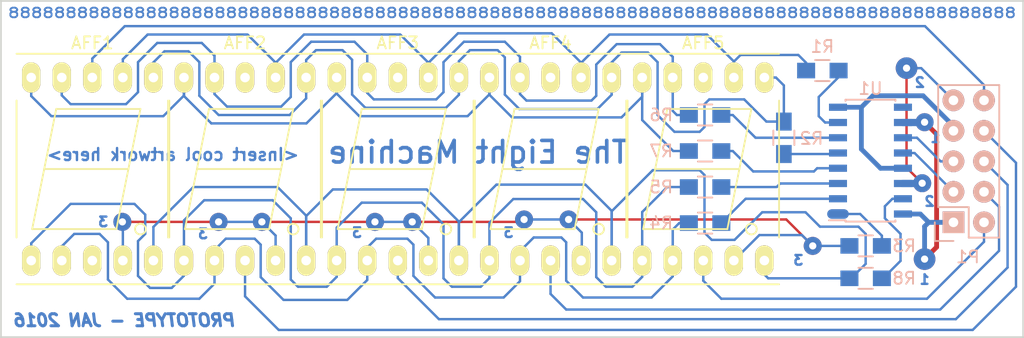
<source format=kicad_pcb>
(kicad_pcb (version 4) (host pcbnew 4.0.1-stable)

  (general
    (links 60)
    (no_connects 0)
    (area 110.524999 89.524999 195.675001 117.675001)
    (thickness 1.6)
    (drawings 17)
    (tracks 371)
    (zones 0)
    (modules 15)
    (nets 27)
  )

  (page A4)
  (layers
    (0 F.Cu signal)
    (31 B.Cu signal)
    (32 B.Adhes user hide)
    (33 F.Adhes user hide)
    (34 B.Paste user hide)
    (35 F.Paste user hide)
    (36 B.SilkS user)
    (37 F.SilkS user hide)
    (38 B.Mask user hide)
    (39 F.Mask user hide)
    (40 Dwgs.User user hide)
    (41 Cmts.User user hide)
    (42 Eco1.User user hide)
    (43 Eco2.User user hide)
    (44 Edge.Cuts user)
    (45 Margin user hide)
    (46 B.CrtYd user)
    (47 F.CrtYd user hide)
    (48 B.Fab user hide)
    (49 F.Fab user hide)
  )

  (setup
    (last_trace_width 0.2)
    (trace_clearance 0.25)
    (zone_clearance 0.508)
    (zone_45_only no)
    (trace_min 0.2)
    (segment_width 0.2)
    (edge_width 0.15)
    (via_size 1.2)
    (via_drill 0.8)
    (via_min_size 0.4)
    (via_min_drill 0.3)
    (uvia_size 0.3)
    (uvia_drill 0.1)
    (uvias_allowed no)
    (uvia_min_size 0.2)
    (uvia_min_drill 0.1)
    (pcb_text_width 0.3)
    (pcb_text_size 1.5 1.5)
    (mod_edge_width 0.15)
    (mod_text_size 1 1)
    (mod_text_width 0.15)
    (pad_size 1.524 1.524)
    (pad_drill 0.762)
    (pad_to_mask_clearance 0.2)
    (aux_axis_origin 0 0)
    (visible_elements FFFFFF7F)
    (pcbplotparams
      (layerselection 0x00000_80000000)
      (usegerberextensions false)
      (excludeedgelayer false)
      (linewidth 0.200000)
      (plotframeref false)
      (viasonmask true)
      (mode 1)
      (useauxorigin false)
      (hpglpennumber 1)
      (hpglpenspeed 20)
      (hpglpendiameter 15)
      (hpglpenoverlay 2)
      (psnegative false)
      (psa4output false)
      (plotreference true)
      (plotvalue true)
      (plotinvisibletext false)
      (padsonsilk false)
      (subtractmaskfromsilk false)
      (outputformat 2)
      (mirror false)
      (drillshape 2)
      (scaleselection 1)
      (outputdirectory ""))
  )

  (net 0 "")
  (net 1 "Net-(AFF1-Pad1)")
  (net 2 "Net-(AFF1-Pad2)")
  (net 3 D0)
  (net 4 "Net-(AFF1-Pad4)")
  (net 5 "Net-(AFF1-Pad5)")
  (net 6 "Net-(AFF1-Pad6)")
  (net 7 "Net-(AFF1-Pad7)")
  (net 8 "Net-(AFF1-Pad9)")
  (net 9 "Net-(AFF1-Pad10)")
  (net 10 D1)
  (net 11 D2)
  (net 12 D3)
  (net 13 D4)
  (net 14 VCC)
  (net 15 Latch)
  (net 16 Clock)
  (net 17 Data)
  (net 18 GND)
  (net 19 A)
  (net 20 B)
  (net 21 C)
  (net 22 D)
  (net 23 E)
  (net 24 F)
  (net 25 G)
  (net 26 DP)

  (net_class Default "This is the default net class."
    (clearance 0.25)
    (trace_width 0.2)
    (via_dia 1.2)
    (via_drill 0.8)
    (uvia_dia 0.3)
    (uvia_drill 0.1)
    (add_net A)
    (add_net B)
    (add_net C)
    (add_net Clock)
    (add_net D)
    (add_net D0)
    (add_net D1)
    (add_net D2)
    (add_net D3)
    (add_net D4)
    (add_net DP)
    (add_net Data)
    (add_net E)
    (add_net F)
    (add_net G)
    (add_net Latch)
    (add_net "Net-(AFF1-Pad1)")
    (add_net "Net-(AFF1-Pad10)")
    (add_net "Net-(AFF1-Pad2)")
    (add_net "Net-(AFF1-Pad4)")
    (add_net "Net-(AFF1-Pad5)")
    (add_net "Net-(AFF1-Pad6)")
    (add_net "Net-(AFF1-Pad7)")
    (add_net "Net-(AFF1-Pad9)")
  )

  (net_class POW ""
    (clearance 0.25)
    (trace_width 0.4)
    (via_dia 1.2)
    (via_drill 0.8)
    (uvia_dia 0.3)
    (uvia_drill 0.1)
    (add_net GND)
    (add_net VCC)
  )

  (module Resistors_SMD:R_0805_HandSoldering (layer B.Cu) (tedit 54189DEE) (tstamp 5678E26E)
    (at 182.5 112.7 180)
    (descr "Resistor SMD 0805, hand soldering")
    (tags "resistor 0805")
    (path /5678E981)
    (attr smd)
    (fp_text reference R8 (at -3.2 0 180) (layer B.SilkS)
      (effects (font (size 1 1) (thickness 0.15)) (justify mirror))
    )
    (fp_text value 330 (at -3.85 0 180) (layer B.Fab)
      (effects (font (size 1 1) (thickness 0.15)) (justify mirror))
    )
    (fp_line (start -2.4 1) (end 2.4 1) (layer B.CrtYd) (width 0.05))
    (fp_line (start -2.4 -1) (end 2.4 -1) (layer B.CrtYd) (width 0.05))
    (fp_line (start -2.4 1) (end -2.4 -1) (layer B.CrtYd) (width 0.05))
    (fp_line (start 2.4 1) (end 2.4 -1) (layer B.CrtYd) (width 0.05))
    (fp_line (start 0.6 -0.875) (end -0.6 -0.875) (layer B.SilkS) (width 0.15))
    (fp_line (start -0.6 0.875) (end 0.6 0.875) (layer B.SilkS) (width 0.15))
    (pad 1 smd rect (at -1.35 0 180) (size 1.5 1.3) (layers B.Cu B.Paste B.Mask)
      (net 26 DP))
    (pad 2 smd rect (at 1.35 0 180) (size 1.5 1.3) (layers B.Cu B.Paste B.Mask)
      (net 5 "Net-(AFF1-Pad5)"))
    (model Resistors_SMD.3dshapes/R_0805_HandSoldering.wrl
      (at (xyz 0 0 0))
      (scale (xyz 1 1 1))
      (rotate (xyz 0 0 0))
    )
  )

  (module Displays_7-Segment:7SegmentLED_LTS6760_LTS6780 (layer F.Cu) (tedit 0) (tstamp 5678F246)
    (at 118.2 103.6)
    (path /5678D302)
    (fp_text reference AFF1 (at 0 -10.5) (layer F.SilkS)
      (effects (font (size 1 1) (thickness 0.15)))
    )
    (fp_text value LTS-6980HR (at -0.4 12) (layer F.Fab)
      (effects (font (size 1 1) (thickness 0.15)))
    )
    (fp_circle (center 4 5) (end 4.4 5.2) (layer F.SilkS) (width 0.15))
    (fp_line (start -3 -5) (end -4 0) (layer F.SilkS) (width 0.15))
    (fp_line (start -4 0) (end -5 5) (layer F.SilkS) (width 0.15))
    (fp_line (start -5 5) (end 2 5) (layer F.SilkS) (width 0.15))
    (fp_line (start 2 5) (end 3 0) (layer F.SilkS) (width 0.15))
    (fp_line (start 4 -5) (end 3 0) (layer F.SilkS) (width 0.15))
    (fp_line (start 3 0) (end -4 0) (layer F.SilkS) (width 0.15))
    (fp_line (start -3 -5) (end 4 -5) (layer F.SilkS) (width 0.15))
    (fp_line (start 6.3 9.6) (end -6.3 9.6) (layer F.SilkS) (width 0.15))
    (fp_line (start -6.3 -5.7) (end -6.3 5.7) (layer F.SilkS) (width 0.15))
    (fp_line (start 6.3 -5.7) (end 6.3 5.7) (layer F.SilkS) (width 0.15))
    (fp_line (start -6.3 -9.6) (end 6.3 -9.6) (layer F.SilkS) (width 0.15))
    (pad 1 thru_hole oval (at -5.08 7.62) (size 1.524 2.524) (drill 0.8) (layers *.Cu *.Mask F.SilkS)
      (net 1 "Net-(AFF1-Pad1)"))
    (pad 2 thru_hole oval (at -2.54 7.62) (size 1.524 2.524) (drill 0.8) (layers *.Cu *.Mask F.SilkS)
      (net 2 "Net-(AFF1-Pad2)"))
    (pad 3 thru_hole oval (at 0 7.62) (size 1.524 2.524) (drill 0.8) (layers *.Cu *.Mask F.SilkS))
    (pad 4 thru_hole oval (at 2.54 7.62) (size 1.524 2.524) (drill 0.8) (layers *.Cu *.Mask F.SilkS)
      (net 4 "Net-(AFF1-Pad4)"))
    (pad 5 thru_hole oval (at 5.08 7.62) (size 1.524 2.524) (drill 0.8) (layers *.Cu *.Mask F.SilkS)
      (net 5 "Net-(AFF1-Pad5)"))
    (pad 6 thru_hole oval (at 5.08 -7.62) (size 1.524 2.524) (drill 0.8) (layers *.Cu *.Mask F.SilkS)
      (net 6 "Net-(AFF1-Pad6)"))
    (pad 7 thru_hole oval (at 2.54 -7.62) (size 1.524 2.524) (drill 0.8) (layers *.Cu *.Mask F.SilkS)
      (net 7 "Net-(AFF1-Pad7)"))
    (pad 8 thru_hole oval (at 0 -7.62) (size 1.524 2.524) (drill 0.8) (layers *.Cu *.Mask F.SilkS)
      (net 3 D0))
    (pad 9 thru_hole oval (at -2.54 -7.62) (size 1.524 2.524) (drill 0.8) (layers *.Cu *.Mask F.SilkS)
      (net 8 "Net-(AFF1-Pad9)"))
    (pad 10 thru_hole oval (at -5.08 -7.62) (size 1.524 2.524) (drill 0.8) (layers *.Cu *.Mask F.SilkS)
      (net 9 "Net-(AFF1-Pad10)"))
    (model Displays_7-Segment.3dshapes/7SegmentLED_LTS6760_LTS6780.wrl
      (at (xyz 0 0 0))
      (scale (xyz 0.3937 0.3937 0.3937))
      (rotate (xyz 0 0 0))
    )
  )

  (module Housings_SOIC:SOIC-16_3.9x9.9mm_Pitch1.27mm (layer B.Cu) (tedit 5679D1DC) (tstamp 5678D9D7)
    (at 182.9 102.9)
    (descr "16-Lead Plastic Small Outline (SL) - Narrow, 3.90 mm Body [SOIC] (see Microchip Packaging Specification 00000049BS.pdf)")
    (tags "SOIC 1.27")
    (path /5678F6F1)
    (attr smd)
    (fp_text reference U1 (at 0 -6) (layer B.SilkS)
      (effects (font (size 1 1) (thickness 0.15)) (justify mirror))
    )
    (fp_text value 74HC595 (at 0 -6) (layer B.Fab)
      (effects (font (size 1 1) (thickness 0.15)) (justify mirror))
    )
    (fp_line (start -3.7 5.25) (end -3.7 -5.25) (layer B.CrtYd) (width 0.05))
    (fp_line (start 3.7 5.25) (end 3.7 -5.25) (layer B.CrtYd) (width 0.05))
    (fp_line (start -3.7 5.25) (end 3.7 5.25) (layer B.CrtYd) (width 0.05))
    (fp_line (start -3.7 -5.25) (end 3.7 -5.25) (layer B.CrtYd) (width 0.05))
    (fp_line (start -2.075 5.075) (end -2.075 4.97) (layer B.SilkS) (width 0.15))
    (fp_line (start 2.075 5.075) (end 2.075 4.97) (layer B.SilkS) (width 0.15))
    (fp_line (start 2.075 -5.075) (end 2.075 -4.97) (layer B.SilkS) (width 0.15))
    (fp_line (start -2.075 -5.075) (end -2.075 -4.97) (layer B.SilkS) (width 0.15))
    (fp_line (start -2.075 5.075) (end 2.075 5.075) (layer B.SilkS) (width 0.15))
    (fp_line (start -2.075 -5.075) (end 2.075 -5.075) (layer B.SilkS) (width 0.15))
    (fp_line (start -2.075 4.97) (end -3.45 4.97) (layer B.SilkS) (width 0.15))
    (pad 1 smd oval (at -2.7 4.445) (size 1.8 0.8) (layers B.Cu B.Paste B.Mask)
      (net 21 C))
    (pad 2 smd rect (at -2.7 3.175) (size 1.5 0.6) (layers B.Cu B.Paste B.Mask)
      (net 22 D))
    (pad 3 smd rect (at -2.7 1.905) (size 1.5 0.6) (layers B.Cu B.Paste B.Mask)
      (net 23 E))
    (pad 4 smd rect (at -2.7 0.635) (size 1.5 0.6) (layers B.Cu B.Paste B.Mask)
      (net 25 G))
    (pad 5 smd rect (at -2.7 -0.635) (size 1.5 0.6) (layers B.Cu B.Paste B.Mask)
      (net 20 B))
    (pad 6 smd rect (at -2.7 -1.905) (size 1.5 0.6) (layers B.Cu B.Paste B.Mask)
      (net 24 F))
    (pad 7 smd rect (at -2.7 -3.175) (size 1.5 0.6) (layers B.Cu B.Paste B.Mask)
      (net 19 A))
    (pad 8 smd rect (at -2.7 -4.445) (size 1.5 0.6) (layers B.Cu B.Paste B.Mask)
      (net 18 GND))
    (pad 9 smd rect (at 2.7 -4.445) (size 1.5 0.6) (layers B.Cu B.Paste B.Mask))
    (pad 10 smd rect (at 2.7 -3.175) (size 1.5 0.6) (layers B.Cu B.Paste B.Mask)
      (net 14 VCC))
    (pad 11 smd rect (at 2.7 -1.905) (size 1.5 0.6) (layers B.Cu B.Paste B.Mask)
      (net 16 Clock))
    (pad 12 smd rect (at 2.7 -0.635) (size 1.5 0.6) (layers B.Cu B.Paste B.Mask)
      (net 15 Latch))
    (pad 13 smd rect (at 2.7 0.635) (size 1.5 0.6) (layers B.Cu B.Paste B.Mask)
      (net 18 GND))
    (pad 14 smd rect (at 2.7 1.905) (size 1.5 0.6) (layers B.Cu B.Paste B.Mask)
      (net 17 Data))
    (pad 15 smd rect (at 2.7 3.175) (size 1.5 0.6) (layers B.Cu B.Paste B.Mask)
      (net 26 DP))
    (pad 16 smd rect (at 2.7 4.445) (size 1.5 0.6) (layers B.Cu B.Paste B.Mask)
      (net 14 VCC))
    (model Housings_SOIC.3dshapes/SOIC-16_3.9x9.9mm_Pitch1.27mm.wrl
      (at (xyz 0 0 0))
      (scale (xyz 1 1 1))
      (rotate (xyz 0 0 0))
    )
  )

  (module Pin_Headers:Pin_Header_Straight_2x05 (layer B.Cu) (tedit 5679CE28) (tstamp 5678D993)
    (at 189.8 108.04)
    (descr "Through hole pin header")
    (tags "pin header")
    (path /5678F8B8)
    (fp_text reference P1 (at 1.2 2.88) (layer B.SilkS)
      (effects (font (size 1 1) (thickness 0.15)) (justify mirror))
    )
    (fp_text value CONN_02X05 (at -2.5 -6.12 270) (layer B.Fab)
      (effects (font (size 1 1) (thickness 0.15)) (justify mirror))
    )
    (fp_line (start -1.75 1.75) (end -1.75 -11.95) (layer B.CrtYd) (width 0.05))
    (fp_line (start 4.3 1.75) (end 4.3 -11.95) (layer B.CrtYd) (width 0.05))
    (fp_line (start -1.75 1.75) (end 4.3 1.75) (layer B.CrtYd) (width 0.05))
    (fp_line (start -1.75 -11.95) (end 4.3 -11.95) (layer B.CrtYd) (width 0.05))
    (fp_line (start 3.81 1.27) (end 3.81 -11.43) (layer B.SilkS) (width 0.15))
    (fp_line (start 3.81 -11.43) (end -1.27 -11.43) (layer B.SilkS) (width 0.15))
    (fp_line (start -1.27 -11.43) (end -1.27 -1.27) (layer B.SilkS) (width 0.15))
    (fp_line (start 3.81 1.27) (end 1.27 1.27) (layer B.SilkS) (width 0.15))
    (fp_line (start 0 1.55) (end -1.55 1.55) (layer B.SilkS) (width 0.15))
    (fp_line (start 1.27 1.27) (end 1.27 -1.27) (layer B.SilkS) (width 0.15))
    (fp_line (start 1.27 -1.27) (end -1.27 -1.27) (layer B.SilkS) (width 0.15))
    (fp_line (start -1.55 1.55) (end -1.55 0) (layer B.SilkS) (width 0.15))
    (pad 1 thru_hole rect (at 0 0) (size 1.8 1.8) (drill 0.8) (layers *.Cu *.Mask B.SilkS)
      (net 14 VCC))
    (pad 2 thru_hole circle (at 2.54 0) (size 1.8 1.8) (drill 0.8) (layers *.Cu *.Mask B.SilkS)
      (net 13 D4))
    (pad 3 thru_hole circle (at 0 -2.54) (size 1.8 1.8) (drill 0.8) (layers *.Cu *.Mask B.SilkS)
      (net 15 Latch))
    (pad 4 thru_hole circle (at 2.54 -2.54) (size 1.8 1.8) (drill 0.8) (layers *.Cu *.Mask B.SilkS)
      (net 12 D3))
    (pad 5 thru_hole circle (at 0 -5.08) (size 1.8 1.8) (drill 0.8) (layers *.Cu *.Mask B.SilkS)
      (net 16 Clock))
    (pad 6 thru_hole circle (at 2.54 -5.08) (size 1.8 1.8) (drill 0.8) (layers *.Cu *.Mask B.SilkS)
      (net 11 D2))
    (pad 7 thru_hole circle (at 0 -7.62) (size 1.8 1.8) (drill 0.8) (layers *.Cu *.Mask B.SilkS)
      (net 18 GND))
    (pad 8 thru_hole circle (at 2.54 -7.62) (size 1.8 1.8) (drill 0.8) (layers *.Cu *.Mask B.SilkS)
      (net 10 D1))
    (pad 9 thru_hole circle (at 0 -10.16) (size 1.8 1.8) (drill 0.8) (layers *.Cu *.Mask B.SilkS)
      (net 17 Data))
    (pad 10 thru_hole circle (at 2.54 -10.16) (size 1.8 1.8) (drill 0.8) (layers *.Cu *.Mask B.SilkS)
      (net 3 D0))
    (model Pin_Headers.3dshapes/Pin_Header_Straight_2x05.wrl
      (at (xyz 0.05 -0.2 0))
      (scale (xyz 1 1 1))
      (rotate (xyz 0 0 90))
    )
  )

  (module Displays_7-Segment:7SegmentLED_LTS6760_LTS6780 (layer F.Cu) (tedit 0) (tstamp 5678D985)
    (at 169 103.6)
    (path /5678D5B8)
    (fp_text reference AFF5 (at 0 -10.5) (layer F.SilkS)
      (effects (font (size 1 1) (thickness 0.15)))
    )
    (fp_text value LTS-6980HR (at -0.4 12) (layer F.Fab)
      (effects (font (size 1 1) (thickness 0.15)))
    )
    (fp_circle (center 4 5) (end 4.4 5.2) (layer F.SilkS) (width 0.15))
    (fp_line (start -3 -5) (end -4 0) (layer F.SilkS) (width 0.15))
    (fp_line (start -4 0) (end -5 5) (layer F.SilkS) (width 0.15))
    (fp_line (start -5 5) (end 2 5) (layer F.SilkS) (width 0.15))
    (fp_line (start 2 5) (end 3 0) (layer F.SilkS) (width 0.15))
    (fp_line (start 4 -5) (end 3 0) (layer F.SilkS) (width 0.15))
    (fp_line (start 3 0) (end -4 0) (layer F.SilkS) (width 0.15))
    (fp_line (start -3 -5) (end 4 -5) (layer F.SilkS) (width 0.15))
    (fp_line (start 6.3 9.6) (end -6.3 9.6) (layer F.SilkS) (width 0.15))
    (fp_line (start -6.3 -5.7) (end -6.3 5.7) (layer F.SilkS) (width 0.15))
    (fp_line (start 6.3 -5.7) (end 6.3 5.7) (layer F.SilkS) (width 0.15))
    (fp_line (start -6.3 -9.6) (end 6.3 -9.6) (layer F.SilkS) (width 0.15))
    (pad 1 thru_hole oval (at -5.08 7.62) (size 1.524 2.524) (drill 0.8) (layers *.Cu *.Mask F.SilkS)
      (net 1 "Net-(AFF1-Pad1)"))
    (pad 2 thru_hole oval (at -2.54 7.62) (size 1.524 2.524) (drill 0.8) (layers *.Cu *.Mask F.SilkS)
      (net 2 "Net-(AFF1-Pad2)"))
    (pad 3 thru_hole oval (at 0 7.62) (size 1.524 2.524) (drill 0.8) (layers *.Cu *.Mask F.SilkS)
      (net 13 D4))
    (pad 4 thru_hole oval (at 2.54 7.62) (size 1.524 2.524) (drill 0.8) (layers *.Cu *.Mask F.SilkS)
      (net 4 "Net-(AFF1-Pad4)"))
    (pad 5 thru_hole oval (at 5.08 7.62) (size 1.524 2.524) (drill 0.8) (layers *.Cu *.Mask F.SilkS)
      (net 5 "Net-(AFF1-Pad5)"))
    (pad 6 thru_hole oval (at 5.08 -7.62) (size 1.524 2.524) (drill 0.8) (layers *.Cu *.Mask F.SilkS)
      (net 6 "Net-(AFF1-Pad6)"))
    (pad 7 thru_hole oval (at 2.54 -7.62) (size 1.524 2.524) (drill 0.8) (layers *.Cu *.Mask F.SilkS)
      (net 7 "Net-(AFF1-Pad7)"))
    (pad 8 thru_hole oval (at 0 -7.62) (size 1.524 2.524) (drill 0.8) (layers *.Cu *.Mask F.SilkS))
    (pad 9 thru_hole oval (at -2.54 -7.62) (size 1.524 2.524) (drill 0.8) (layers *.Cu *.Mask F.SilkS)
      (net 8 "Net-(AFF1-Pad9)"))
    (pad 10 thru_hole oval (at -5.08 -7.62) (size 1.524 2.524) (drill 0.8) (layers *.Cu *.Mask F.SilkS)
      (net 9 "Net-(AFF1-Pad10)"))
    (model Displays_7-Segment.3dshapes/7SegmentLED_LTS6760_LTS6780.wrl
      (at (xyz 0 0 0))
      (scale (xyz 0.3937 0.3937 0.3937))
      (rotate (xyz 0 0 0))
    )
  )

  (module Displays_7-Segment:7SegmentLED_LTS6760_LTS6780 (layer F.Cu) (tedit 0) (tstamp 5678D95B)
    (at 130.9 103.6)
    (path /5678D3B3)
    (fp_text reference AFF2 (at 0 -10.5) (layer F.SilkS)
      (effects (font (size 1 1) (thickness 0.15)))
    )
    (fp_text value LTS-6980HR (at -0.4 12) (layer F.Fab)
      (effects (font (size 1 1) (thickness 0.15)))
    )
    (fp_circle (center 4 5) (end 4.4 5.2) (layer F.SilkS) (width 0.15))
    (fp_line (start -3 -5) (end -4 0) (layer F.SilkS) (width 0.15))
    (fp_line (start -4 0) (end -5 5) (layer F.SilkS) (width 0.15))
    (fp_line (start -5 5) (end 2 5) (layer F.SilkS) (width 0.15))
    (fp_line (start 2 5) (end 3 0) (layer F.SilkS) (width 0.15))
    (fp_line (start 4 -5) (end 3 0) (layer F.SilkS) (width 0.15))
    (fp_line (start 3 0) (end -4 0) (layer F.SilkS) (width 0.15))
    (fp_line (start -3 -5) (end 4 -5) (layer F.SilkS) (width 0.15))
    (fp_line (start 6.3 9.6) (end -6.3 9.6) (layer F.SilkS) (width 0.15))
    (fp_line (start -6.3 -5.7) (end -6.3 5.7) (layer F.SilkS) (width 0.15))
    (fp_line (start 6.3 -5.7) (end 6.3 5.7) (layer F.SilkS) (width 0.15))
    (fp_line (start -6.3 -9.6) (end 6.3 -9.6) (layer F.SilkS) (width 0.15))
    (pad 1 thru_hole oval (at -5.08 7.62) (size 1.524 2.524) (drill 0.8) (layers *.Cu *.Mask F.SilkS)
      (net 1 "Net-(AFF1-Pad1)"))
    (pad 2 thru_hole oval (at -2.54 7.62) (size 1.524 2.524) (drill 0.8) (layers *.Cu *.Mask F.SilkS)
      (net 2 "Net-(AFF1-Pad2)"))
    (pad 3 thru_hole oval (at 0 7.62) (size 1.524 2.524) (drill 0.8) (layers *.Cu *.Mask F.SilkS)
      (net 10 D1))
    (pad 4 thru_hole oval (at 2.54 7.62) (size 1.524 2.524) (drill 0.8) (layers *.Cu *.Mask F.SilkS)
      (net 4 "Net-(AFF1-Pad4)"))
    (pad 5 thru_hole oval (at 5.08 7.62) (size 1.524 2.524) (drill 0.8) (layers *.Cu *.Mask F.SilkS)
      (net 5 "Net-(AFF1-Pad5)"))
    (pad 6 thru_hole oval (at 5.08 -7.62) (size 1.524 2.524) (drill 0.8) (layers *.Cu *.Mask F.SilkS)
      (net 6 "Net-(AFF1-Pad6)"))
    (pad 7 thru_hole oval (at 2.54 -7.62) (size 1.524 2.524) (drill 0.8) (layers *.Cu *.Mask F.SilkS)
      (net 7 "Net-(AFF1-Pad7)"))
    (pad 8 thru_hole oval (at 0 -7.62) (size 1.524 2.524) (drill 0.8) (layers *.Cu *.Mask F.SilkS))
    (pad 9 thru_hole oval (at -2.54 -7.62) (size 1.524 2.524) (drill 0.8) (layers *.Cu *.Mask F.SilkS)
      (net 8 "Net-(AFF1-Pad9)"))
    (pad 10 thru_hole oval (at -5.08 -7.62) (size 1.524 2.524) (drill 0.8) (layers *.Cu *.Mask F.SilkS)
      (net 9 "Net-(AFF1-Pad10)"))
    (model Displays_7-Segment.3dshapes/7SegmentLED_LTS6760_LTS6780.wrl
      (at (xyz 0 0 0))
      (scale (xyz 0.3937 0.3937 0.3937))
      (rotate (xyz 0 0 0))
    )
  )

  (module Displays_7-Segment:7SegmentLED_LTS6760_LTS6780 (layer F.Cu) (tedit 0) (tstamp 5678D969)
    (at 143.6 103.6)
    (path /5678D506)
    (fp_text reference AFF3 (at 0 -10.5) (layer F.SilkS)
      (effects (font (size 1 1) (thickness 0.15)))
    )
    (fp_text value LTS-6980HR (at -0.4 12) (layer F.Fab)
      (effects (font (size 1 1) (thickness 0.15)))
    )
    (fp_circle (center 4 5) (end 4.4 5.2) (layer F.SilkS) (width 0.15))
    (fp_line (start -3 -5) (end -4 0) (layer F.SilkS) (width 0.15))
    (fp_line (start -4 0) (end -5 5) (layer F.SilkS) (width 0.15))
    (fp_line (start -5 5) (end 2 5) (layer F.SilkS) (width 0.15))
    (fp_line (start 2 5) (end 3 0) (layer F.SilkS) (width 0.15))
    (fp_line (start 4 -5) (end 3 0) (layer F.SilkS) (width 0.15))
    (fp_line (start 3 0) (end -4 0) (layer F.SilkS) (width 0.15))
    (fp_line (start -3 -5) (end 4 -5) (layer F.SilkS) (width 0.15))
    (fp_line (start 6.3 9.6) (end -6.3 9.6) (layer F.SilkS) (width 0.15))
    (fp_line (start -6.3 -5.7) (end -6.3 5.7) (layer F.SilkS) (width 0.15))
    (fp_line (start 6.3 -5.7) (end 6.3 5.7) (layer F.SilkS) (width 0.15))
    (fp_line (start -6.3 -9.6) (end 6.3 -9.6) (layer F.SilkS) (width 0.15))
    (pad 1 thru_hole oval (at -5.08 7.62) (size 1.524 2.524) (drill 0.8) (layers *.Cu *.Mask F.SilkS)
      (net 1 "Net-(AFF1-Pad1)"))
    (pad 2 thru_hole oval (at -2.54 7.62) (size 1.524 2.524) (drill 0.8) (layers *.Cu *.Mask F.SilkS)
      (net 2 "Net-(AFF1-Pad2)"))
    (pad 3 thru_hole oval (at 0 7.62) (size 1.524 2.524) (drill 0.8) (layers *.Cu *.Mask F.SilkS)
      (net 11 D2))
    (pad 4 thru_hole oval (at 2.54 7.62) (size 1.524 2.524) (drill 0.8) (layers *.Cu *.Mask F.SilkS)
      (net 4 "Net-(AFF1-Pad4)"))
    (pad 5 thru_hole oval (at 5.08 7.62) (size 1.524 2.524) (drill 0.8) (layers *.Cu *.Mask F.SilkS)
      (net 5 "Net-(AFF1-Pad5)"))
    (pad 6 thru_hole oval (at 5.08 -7.62) (size 1.524 2.524) (drill 0.8) (layers *.Cu *.Mask F.SilkS)
      (net 6 "Net-(AFF1-Pad6)"))
    (pad 7 thru_hole oval (at 2.54 -7.62) (size 1.524 2.524) (drill 0.8) (layers *.Cu *.Mask F.SilkS)
      (net 7 "Net-(AFF1-Pad7)"))
    (pad 8 thru_hole oval (at 0 -7.62) (size 1.524 2.524) (drill 0.8) (layers *.Cu *.Mask F.SilkS))
    (pad 9 thru_hole oval (at -2.54 -7.62) (size 1.524 2.524) (drill 0.8) (layers *.Cu *.Mask F.SilkS)
      (net 8 "Net-(AFF1-Pad9)"))
    (pad 10 thru_hole oval (at -5.08 -7.62) (size 1.524 2.524) (drill 0.8) (layers *.Cu *.Mask F.SilkS)
      (net 9 "Net-(AFF1-Pad10)"))
    (model Displays_7-Segment.3dshapes/7SegmentLED_LTS6760_LTS6780.wrl
      (at (xyz 0 0 0))
      (scale (xyz 0.3937 0.3937 0.3937))
      (rotate (xyz 0 0 0))
    )
  )

  (module Displays_7-Segment:7SegmentLED_LTS6760_LTS6780 (layer F.Cu) (tedit 0) (tstamp 5678D977)
    (at 156.3 103.6)
    (path /5678D527)
    (fp_text reference AFF4 (at 0 -10.5) (layer F.SilkS)
      (effects (font (size 1 1) (thickness 0.15)))
    )
    (fp_text value LTS-6980HR (at -0.4 12) (layer F.Fab)
      (effects (font (size 1 1) (thickness 0.15)))
    )
    (fp_circle (center 4 5) (end 4.4 5.2) (layer F.SilkS) (width 0.15))
    (fp_line (start -3 -5) (end -4 0) (layer F.SilkS) (width 0.15))
    (fp_line (start -4 0) (end -5 5) (layer F.SilkS) (width 0.15))
    (fp_line (start -5 5) (end 2 5) (layer F.SilkS) (width 0.15))
    (fp_line (start 2 5) (end 3 0) (layer F.SilkS) (width 0.15))
    (fp_line (start 4 -5) (end 3 0) (layer F.SilkS) (width 0.15))
    (fp_line (start 3 0) (end -4 0) (layer F.SilkS) (width 0.15))
    (fp_line (start -3 -5) (end 4 -5) (layer F.SilkS) (width 0.15))
    (fp_line (start 6.3 9.6) (end -6.3 9.6) (layer F.SilkS) (width 0.15))
    (fp_line (start -6.3 -5.7) (end -6.3 5.7) (layer F.SilkS) (width 0.15))
    (fp_line (start 6.3 -5.7) (end 6.3 5.7) (layer F.SilkS) (width 0.15))
    (fp_line (start -6.3 -9.6) (end 6.3 -9.6) (layer F.SilkS) (width 0.15))
    (pad 1 thru_hole oval (at -5.08 7.62) (size 1.524 2.524) (drill 0.8) (layers *.Cu *.Mask F.SilkS)
      (net 1 "Net-(AFF1-Pad1)"))
    (pad 2 thru_hole oval (at -2.54 7.62) (size 1.524 2.524) (drill 0.8) (layers *.Cu *.Mask F.SilkS)
      (net 2 "Net-(AFF1-Pad2)"))
    (pad 3 thru_hole oval (at 0 7.62) (size 1.524 2.524) (drill 0.8) (layers *.Cu *.Mask F.SilkS)
      (net 12 D3))
    (pad 4 thru_hole oval (at 2.54 7.62) (size 1.524 2.524) (drill 0.8) (layers *.Cu *.Mask F.SilkS)
      (net 4 "Net-(AFF1-Pad4)"))
    (pad 5 thru_hole oval (at 5.08 7.62) (size 1.524 2.524) (drill 0.8) (layers *.Cu *.Mask F.SilkS)
      (net 5 "Net-(AFF1-Pad5)"))
    (pad 6 thru_hole oval (at 5.08 -7.62) (size 1.524 2.524) (drill 0.8) (layers *.Cu *.Mask F.SilkS)
      (net 6 "Net-(AFF1-Pad6)"))
    (pad 7 thru_hole oval (at 2.54 -7.62) (size 1.524 2.524) (drill 0.8) (layers *.Cu *.Mask F.SilkS)
      (net 7 "Net-(AFF1-Pad7)"))
    (pad 8 thru_hole oval (at 0 -7.62) (size 1.524 2.524) (drill 0.8) (layers *.Cu *.Mask F.SilkS))
    (pad 9 thru_hole oval (at -2.54 -7.62) (size 1.524 2.524) (drill 0.8) (layers *.Cu *.Mask F.SilkS)
      (net 8 "Net-(AFF1-Pad9)"))
    (pad 10 thru_hole oval (at -5.08 -7.62) (size 1.524 2.524) (drill 0.8) (layers *.Cu *.Mask F.SilkS)
      (net 9 "Net-(AFF1-Pad10)"))
    (model Displays_7-Segment.3dshapes/7SegmentLED_LTS6760_LTS6780.wrl
      (at (xyz 0 0 0))
      (scale (xyz 0.3937 0.3937 0.3937))
      (rotate (xyz 0 0 0))
    )
  )

  (module Resistors_SMD:R_0805_HandSoldering (layer B.Cu) (tedit 54189DEE) (tstamp 5678E24B)
    (at 178.9 95.4 180)
    (descr "Resistor SMD 0805, hand soldering")
    (tags "resistor 0805")
    (path /5678E744)
    (attr smd)
    (fp_text reference R1 (at 0 2 180) (layer B.SilkS)
      (effects (font (size 1 1) (thickness 0.15)) (justify mirror))
    )
    (fp_text value 330 (at -3.85 0 180) (layer B.Fab)
      (effects (font (size 1 1) (thickness 0.15)) (justify mirror))
    )
    (fp_line (start -2.4 1) (end 2.4 1) (layer B.CrtYd) (width 0.05))
    (fp_line (start -2.4 -1) (end 2.4 -1) (layer B.CrtYd) (width 0.05))
    (fp_line (start -2.4 1) (end -2.4 -1) (layer B.CrtYd) (width 0.05))
    (fp_line (start 2.4 1) (end 2.4 -1) (layer B.CrtYd) (width 0.05))
    (fp_line (start 0.6 -0.875) (end -0.6 -0.875) (layer B.SilkS) (width 0.15))
    (fp_line (start -0.6 0.875) (end 0.6 0.875) (layer B.SilkS) (width 0.15))
    (pad 1 smd rect (at -1.35 0 180) (size 1.5 1.3) (layers B.Cu B.Paste B.Mask)
      (net 19 A))
    (pad 2 smd rect (at 1.35 0 180) (size 1.5 1.3) (layers B.Cu B.Paste B.Mask)
      (net 7 "Net-(AFF1-Pad7)"))
    (model Resistors_SMD.3dshapes/R_0805_HandSoldering.wrl
      (at (xyz 0 0 0))
      (scale (xyz 1 1 1))
      (rotate (xyz 0 0 0))
    )
  )

  (module Resistors_SMD:R_0805_HandSoldering (layer B.Cu) (tedit 54189DEE) (tstamp 5678E250)
    (at 175.7 101 90)
    (descr "Resistor SMD 0805, hand soldering")
    (tags "resistor 0805")
    (path /5678E86D)
    (attr smd)
    (fp_text reference R2 (at -0.05 2.3 180) (layer B.SilkS)
      (effects (font (size 1 1) (thickness 0.15)) (justify mirror))
    )
    (fp_text value 330 (at 1.75 2.7 180) (layer B.Fab)
      (effects (font (size 1 1) (thickness 0.15)) (justify mirror))
    )
    (fp_line (start -2.4 1) (end 2.4 1) (layer B.CrtYd) (width 0.05))
    (fp_line (start -2.4 -1) (end 2.4 -1) (layer B.CrtYd) (width 0.05))
    (fp_line (start -2.4 1) (end -2.4 -1) (layer B.CrtYd) (width 0.05))
    (fp_line (start 2.4 1) (end 2.4 -1) (layer B.CrtYd) (width 0.05))
    (fp_line (start 0.6 -0.875) (end -0.6 -0.875) (layer B.SilkS) (width 0.15))
    (fp_line (start -0.6 0.875) (end 0.6 0.875) (layer B.SilkS) (width 0.15))
    (pad 1 smd rect (at -1.35 0 90) (size 1.5 1.3) (layers B.Cu B.Paste B.Mask)
      (net 20 B))
    (pad 2 smd rect (at 1.35 0 90) (size 1.5 1.3) (layers B.Cu B.Paste B.Mask)
      (net 6 "Net-(AFF1-Pad6)"))
    (model Resistors_SMD.3dshapes/R_0805_HandSoldering.wrl
      (at (xyz 0 0 0))
      (scale (xyz 1 1 1))
      (rotate (xyz 0 0 0))
    )
  )

  (module Resistors_SMD:R_0805_HandSoldering (layer B.Cu) (tedit 54189DEE) (tstamp 5678E255)
    (at 182.5 110 180)
    (descr "Resistor SMD 0805, hand soldering")
    (tags "resistor 0805")
    (path /5678E8B5)
    (attr smd)
    (fp_text reference R3 (at -3.2 0 180) (layer B.SilkS)
      (effects (font (size 1 1) (thickness 0.15)) (justify mirror))
    )
    (fp_text value 330 (at -3.85 0 180) (layer B.Fab)
      (effects (font (size 1 1) (thickness 0.15)) (justify mirror))
    )
    (fp_line (start -2.4 1) (end 2.4 1) (layer B.CrtYd) (width 0.05))
    (fp_line (start -2.4 -1) (end 2.4 -1) (layer B.CrtYd) (width 0.05))
    (fp_line (start -2.4 1) (end -2.4 -1) (layer B.CrtYd) (width 0.05))
    (fp_line (start 2.4 1) (end 2.4 -1) (layer B.CrtYd) (width 0.05))
    (fp_line (start 0.6 -0.875) (end -0.6 -0.875) (layer B.SilkS) (width 0.15))
    (fp_line (start -0.6 0.875) (end 0.6 0.875) (layer B.SilkS) (width 0.15))
    (pad 1 smd rect (at -1.35 0 180) (size 1.5 1.3) (layers B.Cu B.Paste B.Mask)
      (net 21 C))
    (pad 2 smd rect (at 1.35 0 180) (size 1.5 1.3) (layers B.Cu B.Paste B.Mask)
      (net 4 "Net-(AFF1-Pad4)"))
    (model Resistors_SMD.3dshapes/R_0805_HandSoldering.wrl
      (at (xyz 0 0 0))
      (scale (xyz 1 1 1))
      (rotate (xyz 0 0 0))
    )
  )

  (module Resistors_SMD:R_0805_HandSoldering (layer B.Cu) (tedit 54189DEE) (tstamp 5678E25A)
    (at 169.15 108.1 180)
    (descr "Resistor SMD 0805, hand soldering")
    (tags "resistor 0805")
    (path /5678E8D9)
    (attr smd)
    (fp_text reference R4 (at 3.65 0 180) (layer B.SilkS)
      (effects (font (size 1 1) (thickness 0.15)) (justify mirror))
    )
    (fp_text value 330 (at -3.85 0 180) (layer B.Fab)
      (effects (font (size 1 1) (thickness 0.15)) (justify mirror))
    )
    (fp_line (start -2.4 1) (end 2.4 1) (layer B.CrtYd) (width 0.05))
    (fp_line (start -2.4 -1) (end 2.4 -1) (layer B.CrtYd) (width 0.05))
    (fp_line (start -2.4 1) (end -2.4 -1) (layer B.CrtYd) (width 0.05))
    (fp_line (start 2.4 1) (end 2.4 -1) (layer B.CrtYd) (width 0.05))
    (fp_line (start 0.6 -0.875) (end -0.6 -0.875) (layer B.SilkS) (width 0.15))
    (fp_line (start -0.6 0.875) (end 0.6 0.875) (layer B.SilkS) (width 0.15))
    (pad 1 smd rect (at -1.35 0 180) (size 1.5 1.3) (layers B.Cu B.Paste B.Mask)
      (net 22 D))
    (pad 2 smd rect (at 1.35 0 180) (size 1.5 1.3) (layers B.Cu B.Paste B.Mask)
      (net 2 "Net-(AFF1-Pad2)"))
    (model Resistors_SMD.3dshapes/R_0805_HandSoldering.wrl
      (at (xyz 0 0 0))
      (scale (xyz 1 1 1))
      (rotate (xyz 0 0 0))
    )
  )

  (module Resistors_SMD:R_0805_HandSoldering (layer B.Cu) (tedit 54189DEE) (tstamp 5678E25F)
    (at 169.15 105.1 180)
    (descr "Resistor SMD 0805, hand soldering")
    (tags "resistor 0805")
    (path /5678E908)
    (attr smd)
    (fp_text reference R5 (at 3.65 0 180) (layer B.SilkS)
      (effects (font (size 1 1) (thickness 0.15)) (justify mirror))
    )
    (fp_text value 330 (at -3.85 0 180) (layer B.Fab)
      (effects (font (size 1 1) (thickness 0.15)) (justify mirror))
    )
    (fp_line (start -2.4 1) (end 2.4 1) (layer B.CrtYd) (width 0.05))
    (fp_line (start -2.4 -1) (end 2.4 -1) (layer B.CrtYd) (width 0.05))
    (fp_line (start -2.4 1) (end -2.4 -1) (layer B.CrtYd) (width 0.05))
    (fp_line (start 2.4 1) (end 2.4 -1) (layer B.CrtYd) (width 0.05))
    (fp_line (start 0.6 -0.875) (end -0.6 -0.875) (layer B.SilkS) (width 0.15))
    (fp_line (start -0.6 0.875) (end 0.6 0.875) (layer B.SilkS) (width 0.15))
    (pad 1 smd rect (at -1.35 0 180) (size 1.5 1.3) (layers B.Cu B.Paste B.Mask)
      (net 23 E))
    (pad 2 smd rect (at 1.35 0 180) (size 1.5 1.3) (layers B.Cu B.Paste B.Mask)
      (net 1 "Net-(AFF1-Pad1)"))
    (model Resistors_SMD.3dshapes/R_0805_HandSoldering.wrl
      (at (xyz 0 0 0))
      (scale (xyz 1 1 1))
      (rotate (xyz 0 0 0))
    )
  )

  (module Resistors_SMD:R_0805_HandSoldering (layer B.Cu) (tedit 54189DEE) (tstamp 5678E264)
    (at 169.15 99.1 180)
    (descr "Resistor SMD 0805, hand soldering")
    (tags "resistor 0805")
    (path /5678E931)
    (attr smd)
    (fp_text reference R6 (at 3.65 0 180) (layer B.SilkS)
      (effects (font (size 1 1) (thickness 0.15)) (justify mirror))
    )
    (fp_text value 330 (at -3.85 0 180) (layer B.Fab)
      (effects (font (size 1 1) (thickness 0.15)) (justify mirror))
    )
    (fp_line (start -2.4 1) (end 2.4 1) (layer B.CrtYd) (width 0.05))
    (fp_line (start -2.4 -1) (end 2.4 -1) (layer B.CrtYd) (width 0.05))
    (fp_line (start -2.4 1) (end -2.4 -1) (layer B.CrtYd) (width 0.05))
    (fp_line (start 2.4 1) (end 2.4 -1) (layer B.CrtYd) (width 0.05))
    (fp_line (start 0.6 -0.875) (end -0.6 -0.875) (layer B.SilkS) (width 0.15))
    (fp_line (start -0.6 0.875) (end 0.6 0.875) (layer B.SilkS) (width 0.15))
    (pad 1 smd rect (at -1.35 0 180) (size 1.5 1.3) (layers B.Cu B.Paste B.Mask)
      (net 24 F))
    (pad 2 smd rect (at 1.35 0 180) (size 1.5 1.3) (layers B.Cu B.Paste B.Mask)
      (net 8 "Net-(AFF1-Pad9)"))
    (model Resistors_SMD.3dshapes/R_0805_HandSoldering.wrl
      (at (xyz 0 0 0))
      (scale (xyz 1 1 1))
      (rotate (xyz 0 0 0))
    )
  )

  (module Resistors_SMD:R_0805_HandSoldering (layer B.Cu) (tedit 54189DEE) (tstamp 5678E269)
    (at 169.15 102.1 180)
    (descr "Resistor SMD 0805, hand soldering")
    (tags "resistor 0805")
    (path /5678E958)
    (attr smd)
    (fp_text reference R7 (at 3.65 0 180) (layer B.SilkS)
      (effects (font (size 1 1) (thickness 0.15)) (justify mirror))
    )
    (fp_text value 330 (at -3.85 0 180) (layer B.Fab)
      (effects (font (size 1 1) (thickness 0.15)) (justify mirror))
    )
    (fp_line (start -2.4 1) (end 2.4 1) (layer B.CrtYd) (width 0.05))
    (fp_line (start -2.4 -1) (end 2.4 -1) (layer B.CrtYd) (width 0.05))
    (fp_line (start -2.4 1) (end -2.4 -1) (layer B.CrtYd) (width 0.05))
    (fp_line (start 2.4 1) (end 2.4 -1) (layer B.CrtYd) (width 0.05))
    (fp_line (start 0.6 -0.875) (end -0.6 -0.875) (layer B.SilkS) (width 0.15))
    (fp_line (start -0.6 0.875) (end 0.6 0.875) (layer B.SilkS) (width 0.15))
    (pad 1 smd rect (at -1.35 0 180) (size 1.5 1.3) (layers B.Cu B.Paste B.Mask)
      (net 25 G))
    (pad 2 smd rect (at 1.35 0 180) (size 1.5 1.3) (layers B.Cu B.Paste B.Mask)
      (net 9 "Net-(AFF1-Pad10)"))
    (model Resistors_SMD.3dshapes/R_0805_HandSoldering.wrl
      (at (xyz 0 0 0))
      (scale (xyz 1 1 1))
      (rotate (xyz 0 0 0))
    )
  )

  (gr_text 3 (at 119.1 108) (layer B.Cu) (tstamp 569817AC)
    (effects (font (size 0.8 0.8) (thickness 0.2)) (justify mirror))
  )
  (gr_text 3 (at 127.4 109) (layer B.Cu) (tstamp 56981792)
    (effects (font (size 0.8 0.8) (thickness 0.2)) (justify mirror))
  )
  (gr_text 3 (at 140.2 108.9) (layer B.Cu) (tstamp 5698178F)
    (effects (font (size 0.8 0.8) (thickness 0.2)) (justify mirror))
  )
  (gr_text 3 (at 152.8 108.9) (layer B.Cu) (tstamp 5698178B)
    (effects (font (size 0.8 0.8) (thickness 0.2)) (justify mirror))
  )
  (gr_text 3 (at 176.9 111.2) (layer B.Cu) (tstamp 56981772)
    (effects (font (size 0.8 0.8) (thickness 0.2)) (justify mirror))
  )
  (gr_text 2 (at 187 96.4) (layer B.Cu) (tstamp 56981735)
    (effects (font (size 0.8 0.8) (thickness 0.2)) (justify mirror))
  )
  (gr_text 2 (at 187.8 106.3) (layer B.Cu) (tstamp 5698172C)
    (effects (font (size 0.8 0.8) (thickness 0.2)) (justify mirror))
  )
  (gr_text 1 (at 188.3 101) (layer B.Cu) (tstamp 56981726)
    (effects (font (size 0.8 0.8) (thickness 0.2)) (justify mirror))
  )
  (gr_text 1 (at 187.4 112.8) (layer B.Cu)
    (effects (font (size 0.8 0.8) (thickness 0.2)) (justify mirror))
  )
  (gr_text "<Insert cool artwork here>" (at 124.9 102.4) (layer B.Cu)
    (effects (font (size 1 1) (thickness 0.2)) (justify mirror))
  )
  (gr_text "PROTOTYPE - JAN 2016" (at 120.9 116.2) (layer B.Cu)
    (effects (font (size 1 1) (thickness 0.25) italic) (justify mirror))
  )
  (gr_text 8888888888888888888888888888888888888888888888888888888888888888888888888888888888888888 (at 153.1 90.6) (layer B.Cu)
    (effects (font (size 0.8 1) (thickness 0.15)) (justify mirror))
  )
  (gr_text "The Eight Machine" (at 150.3 102.2) (layer B.Cu)
    (effects (font (size 1.8 1.8) (thickness 0.3)) (justify mirror))
  )
  (gr_line (start 110.6 89.6) (end 110.6 117.6) (layer Edge.Cuts) (width 0.15))
  (gr_line (start 195.6 89.6) (end 110.6 89.6) (layer Edge.Cuts) (width 0.15))
  (gr_line (start 195.6 117.6) (end 195.6 89.6) (layer Edge.Cuts) (width 0.15))
  (gr_line (start 110.6 117.6) (end 195.6 117.6) (layer Edge.Cuts) (width 0.15))

  (segment (start 113.12 111.22) (end 113.12 109.78) (width 0.2) (layer B.Cu) (net 1))
  (segment (start 113.12 109.78) (end 116.4 106.5) (width 0.2) (layer B.Cu) (net 1))
  (segment (start 123 113.5) (end 124.8 113.5) (width 0.2) (layer B.Cu) (net 1))
  (segment (start 124.8 113.5) (end 125.82 112.48) (width 0.2) (layer B.Cu) (net 1))
  (segment (start 116.4 106.5) (end 121.7 106.5) (width 0.2) (layer B.Cu) (net 1))
  (segment (start 121.7 106.5) (end 122.6 107.4) (width 0.2) (layer B.Cu) (net 1))
  (segment (start 122.6 107.4) (end 122.6 109) (width 0.2) (layer B.Cu) (net 1))
  (segment (start 122.6 109) (end 122 109.6) (width 0.2) (layer B.Cu) (net 1))
  (segment (start 122 112.5) (end 123 113.5) (width 0.2) (layer B.Cu) (net 1))
  (segment (start 122 109.6) (end 122 112.5) (width 0.2) (layer B.Cu) (net 1))
  (segment (start 125.82 112.48) (end 125.82 111.22) (width 0.2) (layer B.Cu) (net 1))
  (segment (start 138.52 111.22) (end 138.52 108.48) (width 0.2) (layer B.Cu) (net 1) (status 10))
  (segment (start 138.52 108.48) (end 140.6 106.4) (width 0.2) (layer B.Cu) (net 1))
  (segment (start 148.1 113.4) (end 150.5 113.4) (width 0.2) (layer B.Cu) (net 1))
  (segment (start 140.6 106.4) (end 145.6 106.4) (width 0.2) (layer B.Cu) (net 1))
  (segment (start 145.6 106.4) (end 147.4 108.2) (width 0.2) (layer B.Cu) (net 1))
  (segment (start 151.22 112.68) (end 151.22 111.22) (width 0.2) (layer B.Cu) (net 1) (status 20))
  (segment (start 147.4 108.2) (end 147.4 112.7) (width 0.2) (layer B.Cu) (net 1))
  (segment (start 147.4 112.7) (end 148.1 113.4) (width 0.2) (layer B.Cu) (net 1))
  (segment (start 150.5 113.4) (end 151.22 112.68) (width 0.2) (layer B.Cu) (net 1))
  (segment (start 125.82 111.22) (end 125.82 107.88) (width 0.2) (layer B.Cu) (net 1) (status 10))
  (segment (start 125.82 107.88) (end 127.5 106.2) (width 0.2) (layer B.Cu) (net 1))
  (segment (start 127.5 106.2) (end 133.2 106.2) (width 0.2) (layer B.Cu) (net 1))
  (segment (start 133.2 106.2) (end 134.7 107.7) (width 0.2) (layer B.Cu) (net 1))
  (segment (start 134.7 107.7) (end 134.7 112.8) (width 0.2) (layer B.Cu) (net 1))
  (segment (start 134.7 112.8) (end 135.3 113.4) (width 0.2) (layer B.Cu) (net 1))
  (segment (start 135.3 113.4) (end 137.7 113.4) (width 0.2) (layer B.Cu) (net 1))
  (segment (start 137.7 113.4) (end 138.52 112.58) (width 0.2) (layer B.Cu) (net 1))
  (segment (start 138.52 112.58) (end 138.52 111.22) (width 0.2) (layer B.Cu) (net 1) (status 20))
  (segment (start 151.22 111.22) (end 151.22 108.08) (width 0.2) (layer B.Cu) (net 1) (status 10))
  (segment (start 160.1 112.6) (end 160.9 113.4) (width 0.2) (layer B.Cu) (net 1))
  (segment (start 163.1 113.4) (end 163.92 112.58) (width 0.2) (layer B.Cu) (net 1))
  (segment (start 151.22 108.08) (end 153.2 106.1) (width 0.2) (layer B.Cu) (net 1))
  (segment (start 153.2 106.1) (end 159 106.1) (width 0.2) (layer B.Cu) (net 1))
  (segment (start 159 106.1) (end 160.1 107.2) (width 0.2) (layer B.Cu) (net 1))
  (segment (start 160.1 107.2) (end 160.1 112.6) (width 0.2) (layer B.Cu) (net 1))
  (segment (start 160.9 113.4) (end 163.1 113.4) (width 0.2) (layer B.Cu) (net 1))
  (segment (start 163.92 112.58) (end 163.92 111.22) (width 0.2) (layer B.Cu) (net 1) (status 20))
  (segment (start 167.8 105.1) (end 166 105.1) (width 0.2) (layer B.Cu) (net 1) (status 10))
  (segment (start 166 105.1) (end 163.92 107.18) (width 0.2) (layer B.Cu) (net 1))
  (segment (start 163.92 107.18) (end 163.92 111.22) (width 0.2) (layer B.Cu) (net 1) (status 20))
  (segment (start 153.76 111.22) (end 153.76 110.44) (width 0.2) (layer B.Cu) (net 2) (status 30))
  (segment (start 153.76 110.44) (end 154.9 109.3) (width 0.2) (layer B.Cu) (net 2) (status 10))
  (segment (start 154.9 109.3) (end 157.2 109.3) (width 0.2) (layer B.Cu) (net 2))
  (segment (start 157.2 109.3) (end 157.6 109.7) (width 0.2) (layer B.Cu) (net 2))
  (segment (start 157.6 109.7) (end 157.6 112.9) (width 0.2) (layer B.Cu) (net 2))
  (segment (start 159 114.3) (end 164.7 114.3) (width 0.2) (layer B.Cu) (net 2))
  (segment (start 157.6 112.9) (end 159 114.3) (width 0.2) (layer B.Cu) (net 2))
  (segment (start 164.7 114.3) (end 166.46 112.54) (width 0.2) (layer B.Cu) (net 2))
  (segment (start 166.46 112.54) (end 166.46 111.22) (width 0.2) (layer B.Cu) (net 2) (status 20))
  (segment (start 115.66 111.22) (end 115.66 110.04) (width 0.2) (layer B.Cu) (net 2) (status 30))
  (segment (start 115.66 110.04) (end 116.7 109) (width 0.2) (layer B.Cu) (net 2) (status 10))
  (segment (start 116.7 109) (end 118.8 109) (width 0.2) (layer B.Cu) (net 2))
  (segment (start 118.8 109) (end 119.5 109.7) (width 0.2) (layer B.Cu) (net 2))
  (segment (start 119.5 109.7) (end 119.5 112.8) (width 0.2) (layer B.Cu) (net 2))
  (segment (start 119.5 112.8) (end 121.1 114.4) (width 0.2) (layer B.Cu) (net 2))
  (segment (start 121.1 114.4) (end 127.1 114.4) (width 0.2) (layer B.Cu) (net 2))
  (segment (start 127.1 114.4) (end 128.36 113.14) (width 0.2) (layer B.Cu) (net 2))
  (segment (start 128.36 113.14) (end 128.36 111.22) (width 0.2) (layer B.Cu) (net 2) (status 20))
  (segment (start 128.36 111.22) (end 128.36 110.34) (width 0.2) (layer B.Cu) (net 2) (status 30))
  (segment (start 128.36 110.34) (end 129.3 109.4) (width 0.2) (layer B.Cu) (net 2) (status 10))
  (segment (start 129.3 109.4) (end 131.7 109.4) (width 0.2) (layer B.Cu) (net 2))
  (segment (start 131.7 109.4) (end 132.2 109.9) (width 0.2) (layer B.Cu) (net 2))
  (segment (start 132.2 109.9) (end 132.2 112.6) (width 0.2) (layer B.Cu) (net 2))
  (segment (start 132.2 112.6) (end 134.1 114.5) (width 0.2) (layer B.Cu) (net 2))
  (segment (start 134.1 114.5) (end 139.4 114.5) (width 0.2) (layer B.Cu) (net 2))
  (segment (start 139.4 114.5) (end 141.06 112.84) (width 0.2) (layer B.Cu) (net 2))
  (segment (start 141.06 112.84) (end 141.06 111.22) (width 0.2) (layer B.Cu) (net 2) (status 20))
  (segment (start 141.06 111.22) (end 141.06 110.14) (width 0.2) (layer B.Cu) (net 2) (status 30))
  (segment (start 141.06 110.14) (end 141.8 109.4) (width 0.2) (layer B.Cu) (net 2) (status 10))
  (segment (start 141.8 109.4) (end 144.4 109.4) (width 0.2) (layer B.Cu) (net 2))
  (segment (start 144.9 109.9) (end 144.9 112.5) (width 0.2) (layer B.Cu) (net 2))
  (segment (start 144.4 109.4) (end 144.9 109.9) (width 0.2) (layer B.Cu) (net 2))
  (segment (start 144.9 112.5) (end 146.7 114.3) (width 0.2) (layer B.Cu) (net 2))
  (segment (start 153.76 112.94) (end 153.76 111.22) (width 0.2) (layer B.Cu) (net 2) (status 20))
  (segment (start 146.7 114.3) (end 152.4 114.3) (width 0.2) (layer B.Cu) (net 2))
  (segment (start 152.4 114.3) (end 153.76 112.94) (width 0.2) (layer B.Cu) (net 2))
  (segment (start 167.8 108.1) (end 167 108.1) (width 0.2) (layer B.Cu) (net 2) (status 10))
  (segment (start 167 108.1) (end 166.46 108.64) (width 0.2) (layer B.Cu) (net 2))
  (segment (start 166.46 108.64) (end 166.46 111.22) (width 0.2) (layer B.Cu) (net 2) (status 20))
  (segment (start 192.34 97.88) (end 192.34 96.607208) (width 0.2) (layer B.Cu) (net 3))
  (segment (start 192.34 96.607208) (end 187.432792 91.7) (width 0.2) (layer B.Cu) (net 3))
  (segment (start 187.432792 91.7) (end 120.9 91.7) (width 0.2) (layer B.Cu) (net 3))
  (segment (start 120.9 91.7) (end 118.2 94.4) (width 0.2) (layer B.Cu) (net 3))
  (segment (start 118.2 94.4) (end 118.2 95.98) (width 0.2) (layer B.Cu) (net 3))
  (segment (start 157.8 107.8) (end 175.899998 107.8) (width 0.2) (layer F.Cu) (net 4))
  (segment (start 181.15 110) (end 178.100002 110) (width 0.2) (layer B.Cu) (net 4) (status 10))
  (segment (start 178.100002 110) (end 178.1 110.000002) (width 0.2) (layer B.Cu) (net 4))
  (segment (start 175.899998 107.8) (end 178.1 110.000002) (width 0.2) (layer F.Cu) (net 4))
  (segment (start 144.8 108) (end 153.900002 108) (width 0.2) (layer F.Cu) (net 4))
  (segment (start 153.900002 108) (end 154.1 107.800002) (width 0.2) (layer F.Cu) (net 4))
  (segment (start 141.7 108) (end 144.8 108) (width 0.2) (layer B.Cu) (net 4))
  (segment (start 132.3 108) (end 141.7 108) (width 0.2) (layer F.Cu) (net 4))
  (segment (start 128.7 108) (end 132.3 108) (width 0.2) (layer B.Cu) (net 4))
  (segment (start 120.69999 108) (end 128.7 108) (width 0.2) (layer F.Cu) (net 4))
  (segment (start 120.74 108.04001) (end 120.69999 108) (width 0.2) (layer B.Cu) (net 4))
  (segment (start 120.74 111.22) (end 120.74 108.04001) (width 0.2) (layer B.Cu) (net 4) (status 10))
  (via (at 120.69999 108) (size 1.5) (drill 0.6) (layers F.Cu B.Cu) (net 4))
  (via (at 128.7 108) (size 1.5) (drill 0.6) (layers F.Cu B.Cu) (net 4))
  (segment (start 177.199998 109.1) (end 178.1 110.000002) (width 0.2) (layer B.Cu) (net 4))
  (segment (start 173.66 109.1) (end 177.199998 109.1) (width 0.2) (layer B.Cu) (net 4))
  (segment (start 171.54 111.22) (end 173.66 109.1) (width 0.2) (layer B.Cu) (net 4) (status 10))
  (via (at 178.1 110.000002) (size 1.5) (drill 0.6) (layers F.Cu B.Cu) (net 4))
  (segment (start 157.8 107.8) (end 154.100002 107.8) (width 0.2) (layer B.Cu) (net 4))
  (segment (start 154.100002 107.8) (end 154.1 107.800002) (width 0.2) (layer B.Cu) (net 4))
  (via (at 154.1 107.800002) (size 1.5) (drill 0.6) (layers F.Cu B.Cu) (net 4))
  (segment (start 158.9 108.9) (end 157.8 107.8) (width 0.2) (layer B.Cu) (net 4))
  (segment (start 158.84 111.22) (end 158.9 111.16) (width 0.2) (layer B.Cu) (net 4) (status 30))
  (via (at 157.8 107.8) (size 1.5) (drill 0.6) (layers F.Cu B.Cu) (net 4))
  (segment (start 158.9 111.16) (end 158.9 108.9) (width 0.2) (layer B.Cu) (net 4) (status 10))
  (segment (start 133.44 109.14) (end 132.3 108) (width 0.2) (layer B.Cu) (net 4))
  (segment (start 133.44 111.22) (end 133.44 109.14) (width 0.2) (layer B.Cu) (net 4) (status 10))
  (via (at 132.3 108) (size 1.5) (drill 0.6) (layers F.Cu B.Cu) (net 4))
  (segment (start 146.14 109.34) (end 144.8 108) (width 0.2) (layer B.Cu) (net 4))
  (segment (start 146.14 111.22) (end 146.14 109.34) (width 0.2) (layer B.Cu) (net 4) (status 10))
  (via (at 144.8 108) (size 1.5) (drill 0.6) (layers F.Cu B.Cu) (net 4))
  (via (at 141.7 108) (size 1.5) (drill 0.6) (layers F.Cu B.Cu) (net 4))
  (segment (start 174.08 111.22) (end 174.08 112.38) (width 0.2) (layer B.Cu) (net 5))
  (segment (start 174.08 112.38) (end 174.4 112.7) (width 0.2) (layer B.Cu) (net 5))
  (segment (start 174.4 112.7) (end 181.15 112.7) (width 0.2) (layer B.Cu) (net 5))
  (segment (start 181.15 112.7) (end 181.3 112.7) (width 0.2) (layer B.Cu) (net 5) (status 30))
  (segment (start 182.5 109) (end 181.9 108.4) (width 0.2) (layer B.Cu) (net 5))
  (segment (start 181.3 112.7) (end 182.5 111.5) (width 0.2) (layer B.Cu) (net 5) (status 10))
  (segment (start 171.6 109.5) (end 169.7 109.5) (width 0.2) (layer B.Cu) (net 5))
  (segment (start 182.5 111.5) (end 182.5 109) (width 0.2) (layer B.Cu) (net 5))
  (segment (start 173.9 107.2) (end 171.6 109.5) (width 0.2) (layer B.Cu) (net 5))
  (segment (start 181.9 108.4) (end 178.7 108.4) (width 0.2) (layer B.Cu) (net 5))
  (segment (start 169.1 104.1) (end 168.7 103.7) (width 0.2) (layer B.Cu) (net 5))
  (segment (start 161.38 107.12) (end 161.38 111.22) (width 0.2) (layer B.Cu) (net 5) (status 20))
  (segment (start 178.7 108.4) (end 177.5 107.2) (width 0.2) (layer B.Cu) (net 5))
  (segment (start 177.5 107.2) (end 173.9 107.2) (width 0.2) (layer B.Cu) (net 5))
  (segment (start 169.1 108.9) (end 169.1 104.1) (width 0.2) (layer B.Cu) (net 5))
  (segment (start 169.7 109.5) (end 169.1 108.9) (width 0.2) (layer B.Cu) (net 5))
  (segment (start 168.7 103.7) (end 164.8 103.7) (width 0.2) (layer B.Cu) (net 5))
  (segment (start 164.8 103.7) (end 161.38 107.12) (width 0.2) (layer B.Cu) (net 5))
  (segment (start 148.68 111.22) (end 148.68 108.02) (width 0.2) (layer B.Cu) (net 5) (status 10))
  (segment (start 148.68 108.02) (end 151.8 104.9) (width 0.2) (layer B.Cu) (net 5))
  (segment (start 161.38 107.08) (end 161.38 111.22) (width 0.2) (layer B.Cu) (net 5) (status 20))
  (segment (start 151.8 104.9) (end 159.2 104.9) (width 0.2) (layer B.Cu) (net 5))
  (segment (start 159.2 104.9) (end 161.38 107.08) (width 0.2) (layer B.Cu) (net 5))
  (segment (start 135.98 111.22) (end 135.98 107.52) (width 0.2) (layer B.Cu) (net 5) (status 10))
  (segment (start 135.98 107.52) (end 138.2 105.3) (width 0.2) (layer B.Cu) (net 5))
  (segment (start 138.2 105.3) (end 146 105.3) (width 0.2) (layer B.Cu) (net 5))
  (segment (start 146 105.3) (end 148.68 107.98) (width 0.2) (layer B.Cu) (net 5))
  (segment (start 148.68 107.98) (end 148.68 111.22) (width 0.2) (layer B.Cu) (net 5) (status 20))
  (segment (start 123.28 111.22) (end 123.28 108.42) (width 0.2) (layer B.Cu) (net 5) (status 10))
  (segment (start 123.28 108.42) (end 126.6 105.1) (width 0.2) (layer B.Cu) (net 5))
  (segment (start 126.6 105.1) (end 133.6 105.1) (width 0.2) (layer B.Cu) (net 5))
  (segment (start 133.6 105.1) (end 135.98 107.48) (width 0.2) (layer B.Cu) (net 5))
  (segment (start 135.98 107.48) (end 135.98 111.22) (width 0.2) (layer B.Cu) (net 5) (status 20))
  (segment (start 148.68 95.98) (end 148.68 94.62) (width 0.2) (layer B.Cu) (net 6) (status 10))
  (segment (start 148.68 94.62) (end 149.6 93.7) (width 0.2) (layer B.Cu) (net 6))
  (segment (start 149.6 93.7) (end 151.9 93.7) (width 0.2) (layer B.Cu) (net 6))
  (segment (start 151.9 93.7) (end 152.5 94.3) (width 0.2) (layer B.Cu) (net 6))
  (segment (start 152.5 94.3) (end 152.5 97.4) (width 0.2) (layer B.Cu) (net 6))
  (segment (start 152.5 97.4) (end 153.7 98.6) (width 0.2) (layer B.Cu) (net 6))
  (segment (start 153.7 98.6) (end 160.2 98.6) (width 0.2) (layer B.Cu) (net 6))
  (segment (start 160.2 98.6) (end 161.38 97.42) (width 0.2) (layer B.Cu) (net 6))
  (segment (start 161.38 97.42) (end 161.38 95.98) (width 0.2) (layer B.Cu) (net 6) (status 20))
  (segment (start 135.98 95.98) (end 135.98 94.52) (width 0.2) (layer B.Cu) (net 6) (status 10))
  (segment (start 139.8 94.5) (end 139.8 97.4) (width 0.2) (layer B.Cu) (net 6))
  (segment (start 135.98 94.52) (end 136.8 93.7) (width 0.2) (layer B.Cu) (net 6))
  (segment (start 136.8 93.7) (end 139 93.7) (width 0.2) (layer B.Cu) (net 6))
  (segment (start 139 93.7) (end 139.8 94.5) (width 0.2) (layer B.Cu) (net 6))
  (segment (start 139.8 97.4) (end 140.9 98.5) (width 0.2) (layer B.Cu) (net 6))
  (segment (start 140.9 98.5) (end 147.6 98.5) (width 0.2) (layer B.Cu) (net 6))
  (segment (start 148.68 97.42) (end 148.68 95.98) (width 0.2) (layer B.Cu) (net 6) (status 20))
  (segment (start 147.6 98.5) (end 148.68 97.42) (width 0.2) (layer B.Cu) (net 6))
  (segment (start 123.28 95.98) (end 123.28 94.72) (width 0.2) (layer B.Cu) (net 6) (status 30))
  (segment (start 123.28 94.72) (end 124.2 93.8) (width 0.2) (layer B.Cu) (net 6) (status 10))
  (segment (start 124.2 93.8) (end 126.2 93.8) (width 0.2) (layer B.Cu) (net 6))
  (segment (start 126.2 93.8) (end 127.1 94.7) (width 0.2) (layer B.Cu) (net 6))
  (segment (start 127.1 94.7) (end 127.1 97.5) (width 0.2) (layer B.Cu) (net 6))
  (segment (start 127.1 97.5) (end 128.7 99.1) (width 0.2) (layer B.Cu) (net 6))
  (segment (start 134.6 99.1) (end 135.98 97.72) (width 0.2) (layer B.Cu) (net 6))
  (segment (start 128.7 99.1) (end 134.6 99.1) (width 0.2) (layer B.Cu) (net 6))
  (segment (start 135.98 97.72) (end 135.98 95.98) (width 0.2) (layer B.Cu) (net 6) (status 20))
  (segment (start 165.2 99.1) (end 166.6 100.5) (width 0.2) (layer B.Cu) (net 6))
  (segment (start 166.6 100.5) (end 168.7 100.5) (width 0.2) (layer B.Cu) (net 6))
  (segment (start 161.38 95.98) (end 161.38 94.72) (width 0.2) (layer B.Cu) (net 6) (status 30))
  (segment (start 174.25 99.65) (end 175.7 99.65) (width 0.2) (layer B.Cu) (net 6) (status 20))
  (segment (start 161.38 94.72) (end 162.2 93.9) (width 0.2) (layer B.Cu) (net 6) (status 10))
  (segment (start 162.2 93.9) (end 164.4 93.9) (width 0.2) (layer B.Cu) (net 6))
  (segment (start 169.1 100.1) (end 169.1 98.2) (width 0.2) (layer B.Cu) (net 6))
  (segment (start 164.4 93.9) (end 165.2 94.7) (width 0.2) (layer B.Cu) (net 6))
  (segment (start 165.2 94.7) (end 165.2 99.1) (width 0.2) (layer B.Cu) (net 6))
  (segment (start 168.7 100.5) (end 169.1 100.1) (width 0.2) (layer B.Cu) (net 6))
  (segment (start 169.1 98.2) (end 169.5 97.8) (width 0.2) (layer B.Cu) (net 6))
  (segment (start 169.5 97.8) (end 172.4 97.8) (width 0.2) (layer B.Cu) (net 6))
  (segment (start 172.4 97.8) (end 174.25 99.65) (width 0.2) (layer B.Cu) (net 6))
  (segment (start 174.08 95.98) (end 175.042 95.98) (width 0.2) (layer B.Cu) (net 6) (status 10))
  (segment (start 175.042 95.98) (end 175.7 96.638) (width 0.2) (layer B.Cu) (net 6))
  (segment (start 175.7 96.638) (end 175.7 99.65) (width 0.2) (layer B.Cu) (net 6) (status 20))
  (segment (start 174.1 95.95) (end 174.08 95.97) (width 0.2) (layer B.Cu) (net 6) (status 30))
  (segment (start 158.84 95.48) (end 158.84 94.76) (width 0.2) (layer B.Cu) (net 7))
  (segment (start 158.84 94.76) (end 161.2 92.4) (width 0.2) (layer B.Cu) (net 7))
  (segment (start 161.2 92.4) (end 169.3 92.4) (width 0.2) (layer B.Cu) (net 7))
  (segment (start 171.54 94.64) (end 171.54 95.98) (width 0.2) (layer B.Cu) (net 7))
  (segment (start 169.3 92.4) (end 171.54 94.64) (width 0.2) (layer B.Cu) (net 7))
  (segment (start 146.14 95.48) (end 146.14 94.76) (width 0.2) (layer B.Cu) (net 7))
  (segment (start 146.14 94.76) (end 148.6 92.3) (width 0.2) (layer B.Cu) (net 7))
  (segment (start 156.4 92.3) (end 158.84 94.74) (width 0.2) (layer B.Cu) (net 7))
  (segment (start 148.6 92.3) (end 156.4 92.3) (width 0.2) (layer B.Cu) (net 7))
  (segment (start 158.84 94.74) (end 158.84 95.48) (width 0.2) (layer B.Cu) (net 7))
  (segment (start 120.74 95.98) (end 120.74 94.46) (width 0.2) (layer B.Cu) (net 7))
  (segment (start 120.74 94.46) (end 122.8 92.4) (width 0.2) (layer B.Cu) (net 7))
  (segment (start 122.8 92.4) (end 131.1 92.4) (width 0.2) (layer B.Cu) (net 7))
  (segment (start 131.1 92.4) (end 133.44 94.74) (width 0.2) (layer B.Cu) (net 7))
  (segment (start 133.44 94.74) (end 133.44 95.48) (width 0.2) (layer B.Cu) (net 7))
  (segment (start 133.44 95.48) (end 133.44 94.76) (width 0.2) (layer B.Cu) (net 7) (status 30))
  (segment (start 133.44 94.76) (end 135.8 92.4) (width 0.2) (layer B.Cu) (net 7) (status 10))
  (segment (start 135.8 92.4) (end 143.8 92.4) (width 0.2) (layer B.Cu) (net 7))
  (segment (start 143.8 92.4) (end 146.14 94.74) (width 0.2) (layer B.Cu) (net 7) (status 20))
  (segment (start 146.14 94.74) (end 146.14 95.48) (width 0.2) (layer B.Cu) (net 7) (status 30))
  (segment (start 177.55 95.4) (end 177.55 94.75) (width 0.2) (layer B.Cu) (net 7) (status 30))
  (segment (start 177.55 94.75) (end 176.9 94.1) (width 0.2) (layer B.Cu) (net 7) (status 10))
  (segment (start 176.9 94.1) (end 172.1 94.1) (width 0.2) (layer B.Cu) (net 7))
  (segment (start 172.1 94.1) (end 171.54 94.66) (width 0.2) (layer B.Cu) (net 7))
  (segment (start 171.54 94.66) (end 171.54 95.98) (width 0.2) (layer B.Cu) (net 7) (status 20))
  (segment (start 171.54 95.47) (end 171.54 95.97) (width 0.2) (layer B.Cu) (net 7) (status 30))
  (segment (start 158.84 95.98) (end 158.84 95.48) (width 0.2) (layer B.Cu) (net 7) (status 30))
  (segment (start 146.14 95.98) (end 146.14 95.48) (width 0.2) (layer B.Cu) (net 7) (status 30))
  (segment (start 133.44 95.98) (end 133.44 95.48) (width 0.2) (layer B.Cu) (net 7) (status 30))
  (segment (start 141.06 95.98) (end 141.06 97.26) (width 0.2) (layer B.Cu) (net 8))
  (segment (start 141.06 97.26) (end 141.6 97.8) (width 0.2) (layer B.Cu) (net 8))
  (segment (start 141.6 97.8) (end 146.8 97.8) (width 0.2) (layer B.Cu) (net 8))
  (segment (start 146.8 97.8) (end 147.4 97.2) (width 0.2) (layer B.Cu) (net 8))
  (segment (start 149.1 93) (end 152.5 93) (width 0.2) (layer B.Cu) (net 8))
  (segment (start 147.4 97.2) (end 147.4 94.7) (width 0.2) (layer B.Cu) (net 8))
  (segment (start 147.4 94.7) (end 149.1 93) (width 0.2) (layer B.Cu) (net 8))
  (segment (start 152.5 93) (end 153.76 94.26) (width 0.2) (layer B.Cu) (net 8))
  (segment (start 153.76 94.26) (end 153.76 95.98) (width 0.2) (layer B.Cu) (net 8))
  (segment (start 115.66 95.98) (end 115.66 97.46) (width 0.2) (layer B.Cu) (net 8))
  (segment (start 128.36 94.16) (end 128.36 95.98) (width 0.2) (layer B.Cu) (net 8))
  (segment (start 115.66 97.46) (end 116.4 98.2) (width 0.2) (layer B.Cu) (net 8))
  (segment (start 116.4 98.2) (end 121 98.2) (width 0.2) (layer B.Cu) (net 8))
  (segment (start 121 98.2) (end 122 97.2) (width 0.2) (layer B.Cu) (net 8))
  (segment (start 122 97.2) (end 122 94.7) (width 0.2) (layer B.Cu) (net 8))
  (segment (start 122 94.7) (end 123.6 93.1) (width 0.2) (layer B.Cu) (net 8))
  (segment (start 123.6 93.1) (end 127.3 93.1) (width 0.2) (layer B.Cu) (net 8))
  (segment (start 127.3 93.1) (end 128.36 94.16) (width 0.2) (layer B.Cu) (net 8))
  (segment (start 128.36 95.98) (end 128.36 97.36) (width 0.2) (layer B.Cu) (net 8))
  (segment (start 133.9 98.4) (end 134.7 97.6) (width 0.2) (layer B.Cu) (net 8))
  (segment (start 128.36 97.36) (end 129.4 98.4) (width 0.2) (layer B.Cu) (net 8))
  (segment (start 129.4 98.4) (end 133.9 98.4) (width 0.2) (layer B.Cu) (net 8))
  (segment (start 134.7 97.6) (end 134.7 94.7) (width 0.2) (layer B.Cu) (net 8))
  (segment (start 134.7 94.7) (end 136.4 93) (width 0.2) (layer B.Cu) (net 8))
  (segment (start 136.4 93) (end 140 93) (width 0.2) (layer B.Cu) (net 8))
  (segment (start 140 93) (end 141.06 94.06) (width 0.2) (layer B.Cu) (net 8))
  (segment (start 141.06 94.06) (end 141.06 95.98) (width 0.2) (layer B.Cu) (net 8))
  (segment (start 153.76 95.98) (end 153.76 97.36) (width 0.2) (layer B.Cu) (net 8) (status 10))
  (segment (start 153.76 97.36) (end 154.3 97.9) (width 0.2) (layer B.Cu) (net 8))
  (segment (start 154.3 97.9) (end 159.7 97.9) (width 0.2) (layer B.Cu) (net 8))
  (segment (start 159.7 97.9) (end 160.1 97.5) (width 0.2) (layer B.Cu) (net 8))
  (segment (start 160.1 94.9) (end 161.8 93.2) (width 0.2) (layer B.Cu) (net 8))
  (segment (start 160.1 97.5) (end 160.1 94.9) (width 0.2) (layer B.Cu) (net 8))
  (segment (start 165.4 93.2) (end 166.46 94.26) (width 0.2) (layer B.Cu) (net 8))
  (segment (start 161.8 93.2) (end 165.4 93.2) (width 0.2) (layer B.Cu) (net 8))
  (segment (start 166.46 94.26) (end 166.46 95.98) (width 0.2) (layer B.Cu) (net 8) (status 20))
  (segment (start 167.8 99.1) (end 166.8 99.1) (width 0.2) (layer B.Cu) (net 8) (status 10))
  (segment (start 166.46 98.76) (end 166.46 95.98) (width 0.2) (layer B.Cu) (net 8) (status 20))
  (segment (start 166.8 99.1) (end 166.46 98.76) (width 0.2) (layer B.Cu) (net 8))
  (segment (start 163.92 95.98) (end 163.92 97.58) (width 0.2) (layer B.Cu) (net 9) (status 10))
  (segment (start 163.92 97.58) (end 162.2 99.3) (width 0.2) (layer B.Cu) (net 9))
  (segment (start 162.2 99.3) (end 153.1 99.3) (width 0.2) (layer B.Cu) (net 9))
  (segment (start 153.1 99.3) (end 151.22 97.42) (width 0.2) (layer B.Cu) (net 9))
  (segment (start 151.22 97.42) (end 151.22 95.98) (width 0.2) (layer B.Cu) (net 9) (status 20))
  (segment (start 151.22 95.98) (end 151.22 97.38) (width 0.2) (layer B.Cu) (net 9) (status 10))
  (segment (start 140.4 99.2) (end 138.52 97.32) (width 0.2) (layer B.Cu) (net 9))
  (segment (start 151.22 97.38) (end 149.4 99.2) (width 0.2) (layer B.Cu) (net 9))
  (segment (start 149.4 99.2) (end 140.4 99.2) (width 0.2) (layer B.Cu) (net 9))
  (segment (start 138.52 97.32) (end 138.52 95.98) (width 0.2) (layer B.Cu) (net 9) (status 20))
  (segment (start 138.52 95.98) (end 138.52 97.28) (width 0.2) (layer B.Cu) (net 9) (status 10))
  (segment (start 138.52 97.28) (end 136 99.8) (width 0.2) (layer B.Cu) (net 9))
  (segment (start 136 99.8) (end 128.1 99.8) (width 0.2) (layer B.Cu) (net 9))
  (segment (start 128.1 99.8) (end 125.82 97.52) (width 0.2) (layer B.Cu) (net 9))
  (segment (start 125.82 97.52) (end 125.82 95.98) (width 0.2) (layer B.Cu) (net 9) (status 20))
  (segment (start 125.82 95.98) (end 125.82 97.48) (width 0.2) (layer B.Cu) (net 9) (status 10))
  (segment (start 125.82 97.48) (end 124.1 99.2) (width 0.2) (layer B.Cu) (net 9))
  (segment (start 124.1 99.2) (end 114.8 99.2) (width 0.2) (layer B.Cu) (net 9))
  (segment (start 114.8 99.2) (end 113.12 97.52) (width 0.2) (layer B.Cu) (net 9))
  (segment (start 113.12 97.52) (end 113.12 95.98) (width 0.2) (layer B.Cu) (net 9) (status 20))
  (segment (start 163.92 99.52) (end 163.92 95.98) (width 0.2) (layer B.Cu) (net 9) (status 20))
  (segment (start 166.5 102.1) (end 163.92 99.52) (width 0.2) (layer B.Cu) (net 9))
  (segment (start 167.8 102.1) (end 166.5 102.1) (width 0.2) (layer B.Cu) (net 9) (status 10))
  (segment (start 192.34 100.42) (end 195 103.08) (width 0.2) (layer B.Cu) (net 10))
  (segment (start 195 103.08) (end 195 113.4) (width 0.2) (layer B.Cu) (net 10))
  (segment (start 195 113.4) (end 191.4 117) (width 0.2) (layer B.Cu) (net 10))
  (segment (start 191.4 117) (end 133.7 117) (width 0.2) (layer B.Cu) (net 10))
  (segment (start 133.7 117) (end 130.9 114.2) (width 0.2) (layer B.Cu) (net 10))
  (segment (start 130.9 114.2) (end 130.9 111.22) (width 0.2) (layer B.Cu) (net 10))
  (segment (start 143.6 111.22) (end 143.6 112.682) (width 0.2) (layer B.Cu) (net 11))
  (segment (start 143.6 112.682) (end 147.018 116.1) (width 0.2) (layer B.Cu) (net 11))
  (segment (start 147.018 116.1) (end 190 116.1) (width 0.2) (layer B.Cu) (net 11))
  (segment (start 190 116.1) (end 194.3 111.8) (width 0.2) (layer B.Cu) (net 11))
  (segment (start 194.3 104.92) (end 192.34 102.96) (width 0.2) (layer B.Cu) (net 11))
  (segment (start 194.3 111.8) (end 194.3 104.92) (width 0.2) (layer B.Cu) (net 11))
  (segment (start 192.34 105.5) (end 193.590001 106.750001) (width 0.2) (layer B.Cu) (net 12))
  (segment (start 193.590001 106.750001) (end 193.590001 110.409999) (width 0.2) (layer B.Cu) (net 12))
  (segment (start 193.590001 110.409999) (end 188.7 115.3) (width 0.2) (layer B.Cu) (net 12))
  (segment (start 188.7 115.3) (end 157.6 115.3) (width 0.2) (layer B.Cu) (net 12))
  (segment (start 157.6 115.3) (end 156.3 114) (width 0.2) (layer B.Cu) (net 12))
  (segment (start 156.3 114) (end 156.3 111.22) (width 0.2) (layer B.Cu) (net 12))
  (segment (start 192.34 108.04) (end 192.34 109.66) (width 0.2) (layer B.Cu) (net 13))
  (segment (start 187.6 114.4) (end 170.5 114.4) (width 0.2) (layer B.Cu) (net 13))
  (segment (start 192.34 109.66) (end 187.6 114.4) (width 0.2) (layer B.Cu) (net 13))
  (segment (start 170.5 114.4) (end 169 112.9) (width 0.2) (layer B.Cu) (net 13))
  (segment (start 169 112.9) (end 169 111.22) (width 0.2) (layer B.Cu) (net 13))
  (segment (start 188.4 110.1) (end 187.4 111.1) (width 0.4) (layer F.Cu) (net 14))
  (segment (start 187.4 99.7) (end 188.4 100.7) (width 0.4) (layer F.Cu) (net 14))
  (segment (start 188.4 100.7) (end 188.4 110.1) (width 0.4) (layer F.Cu) (net 14))
  (segment (start 187.74 108.04) (end 187.4 108.38) (width 0.4) (layer B.Cu) (net 14))
  (via (at 187.4 111.1) (size 1.8) (drill 0.6) (layers F.Cu B.Cu) (net 14))
  (segment (start 187.4 108.38) (end 187.4 111.1) (width 0.4) (layer B.Cu) (net 14))
  (segment (start 187.375 99.725) (end 187.4 99.7) (width 0.4) (layer B.Cu) (net 14))
  (via (at 187.4 99.7) (size 1.5) (drill 0.6) (layers F.Cu B.Cu) (net 14))
  (segment (start 185.6 99.725) (end 187.375 99.725) (width 0.6) (layer B.Cu) (net 14))
  (segment (start 189.8 108.04) (end 187.74 108.04) (width 0.4) (layer B.Cu) (net 14) (status 10))
  (segment (start 187.74 108.04) (end 187.045 107.345) (width 0.4) (layer B.Cu) (net 14))
  (segment (start 187.045 107.345) (end 185.6 107.345) (width 0.4) (layer B.Cu) (net 14) (status 20))
  (segment (start 185.6 102.265) (end 186.565 102.265) (width 0.2) (layer B.Cu) (net 15) (status 10))
  (segment (start 186.565 102.265) (end 189.8 105.5) (width 0.2) (layer B.Cu) (net 15) (status 20))
  (segment (start 185.6 100.995) (end 186.766998 100.995) (width 0.2) (layer B.Cu) (net 16))
  (segment (start 186.766998 100.995) (end 188.731998 102.96) (width 0.2) (layer B.Cu) (net 16))
  (segment (start 188.731998 102.96) (end 189.8 102.96) (width 0.2) (layer B.Cu) (net 16))
  (segment (start 187.176787 104.805) (end 187.19998 104.781807) (width 0.2) (layer B.Cu) (net 17))
  (segment (start 185.9 103.481827) (end 185.9 95.2) (width 0.2) (layer F.Cu) (net 17))
  (segment (start 187.19998 104.781807) (end 185.9 103.481827) (width 0.2) (layer F.Cu) (net 17))
  (via (at 187.19998 104.781807) (size 1.5) (drill 0.6) (layers F.Cu B.Cu) (net 17))
  (segment (start 189.8 97.88) (end 187.12 95.2) (width 0.2) (layer B.Cu) (net 17))
  (segment (start 187.12 95.2) (end 185.9 95.2) (width 0.2) (layer B.Cu) (net 17))
  (via (at 185.9 95.2) (size 1.8) (drill 0.6) (layers F.Cu B.Cu) (net 17))
  (segment (start 185.6 104.805) (end 187.176787 104.805) (width 0.6) (layer B.Cu) (net 17))
  (segment (start 189.8 100.42) (end 189.8 100.023996) (width 0.4) (layer B.Cu) (net 18))
  (segment (start 189.8 100.023996) (end 187.276004 97.5) (width 0.4) (layer B.Cu) (net 18))
  (segment (start 187.276004 97.5) (end 183.1 97.5) (width 0.4) (layer B.Cu) (net 18))
  (segment (start 183.1 97.5) (end 182.145 98.455) (width 0.4) (layer B.Cu) (net 18))
  (segment (start 182.145 98.455) (end 182.145 101.945) (width 0.4) (layer B.Cu) (net 18))
  (segment (start 182.145 101.945) (end 183.735 103.535) (width 0.4) (layer B.Cu) (net 18))
  (segment (start 183.735 103.535) (end 185.6 103.535) (width 0.4) (layer B.Cu) (net 18) (status 20))
  (segment (start 180.2 98.455) (end 182.145 98.455) (width 0.4) (layer B.Cu) (net 18) (status 10))
  (segment (start 180.25 95.4) (end 180.25 95.95) (width 0.2) (layer B.Cu) (net 19) (status 30))
  (segment (start 180.25 95.95) (end 178.6 97.6) (width 0.2) (layer B.Cu) (net 19) (status 10))
  (segment (start 178.6 97.6) (end 178.6 99.2) (width 0.2) (layer B.Cu) (net 19))
  (segment (start 178.6 99.2) (end 179.125 99.725) (width 0.2) (layer B.Cu) (net 19))
  (segment (start 179.125 99.725) (end 180.2 99.725) (width 0.2) (layer B.Cu) (net 19) (status 20))
  (segment (start 175.7 102.35) (end 180.115 102.35) (width 0.2) (layer B.Cu) (net 20) (status 30))
  (segment (start 180.115 102.35) (end 180.2 102.265) (width 0.2) (layer B.Cu) (net 20) (status 30))
  (segment (start 183.85 110) (end 183.85 109.15) (width 0.2) (layer B.Cu) (net 21) (status 10))
  (segment (start 183.85 109.15) (end 182.045 107.345) (width 0.2) (layer B.Cu) (net 21))
  (segment (start 182.045 107.345) (end 180.2 107.345) (width 0.2) (layer B.Cu) (net 21) (status 20))
  (segment (start 172.525 106.075) (end 180.2 106.075) (width 0.2) (layer B.Cu) (net 22) (status 20))
  (segment (start 170.5 108.1) (end 172.525 106.075) (width 0.2) (layer B.Cu) (net 22) (status 10))
  (segment (start 170.5 105.1) (end 175.1 105.1) (width 0.2) (layer B.Cu) (net 23) (status 10))
  (segment (start 175.1 105.1) (end 175.395 104.805) (width 0.2) (layer B.Cu) (net 23))
  (segment (start 175.395 104.805) (end 180.2 104.805) (width 0.2) (layer B.Cu) (net 23) (status 20))
  (segment (start 170.5 99.1) (end 171.45 99.1) (width 0.2) (layer B.Cu) (net 24) (status 10))
  (segment (start 171.45 99.1) (end 173.345 100.995) (width 0.2) (layer B.Cu) (net 24))
  (segment (start 173.345 100.995) (end 180.2 100.995) (width 0.2) (layer B.Cu) (net 24) (status 20))
  (segment (start 170.5 102.1) (end 171.45 102.1) (width 0.2) (layer B.Cu) (net 25) (status 10))
  (segment (start 171.45 102.1) (end 173.15 103.8) (width 0.2) (layer B.Cu) (net 25))
  (segment (start 173.15 103.8) (end 178.2 103.8) (width 0.2) (layer B.Cu) (net 25))
  (segment (start 178.2 103.8) (end 178.465 103.535) (width 0.2) (layer B.Cu) (net 25))
  (segment (start 178.465 103.535) (end 180.2 103.535) (width 0.2) (layer B.Cu) (net 25) (status 20))
  (segment (start 185.6 106.075) (end 184.725 106.075) (width 0.2) (layer B.Cu) (net 26) (status 10))
  (segment (start 184.725 106.075) (end 184.1 106.7) (width 0.2) (layer B.Cu) (net 26))
  (segment (start 184.1 106.7) (end 184.1 107.7) (width 0.2) (layer B.Cu) (net 26))
  (segment (start 184.1 107.7) (end 185.4 109) (width 0.2) (layer B.Cu) (net 26))
  (segment (start 185.4 109) (end 185.4 111.25) (width 0.2) (layer B.Cu) (net 26))
  (segment (start 185.4 111.25) (end 183.95 112.7) (width 0.2) (layer B.Cu) (net 26) (status 20))
  (segment (start 183.95 112.7) (end 183.85 112.7) (width 0.2) (layer B.Cu) (net 26) (status 30))

)

</source>
